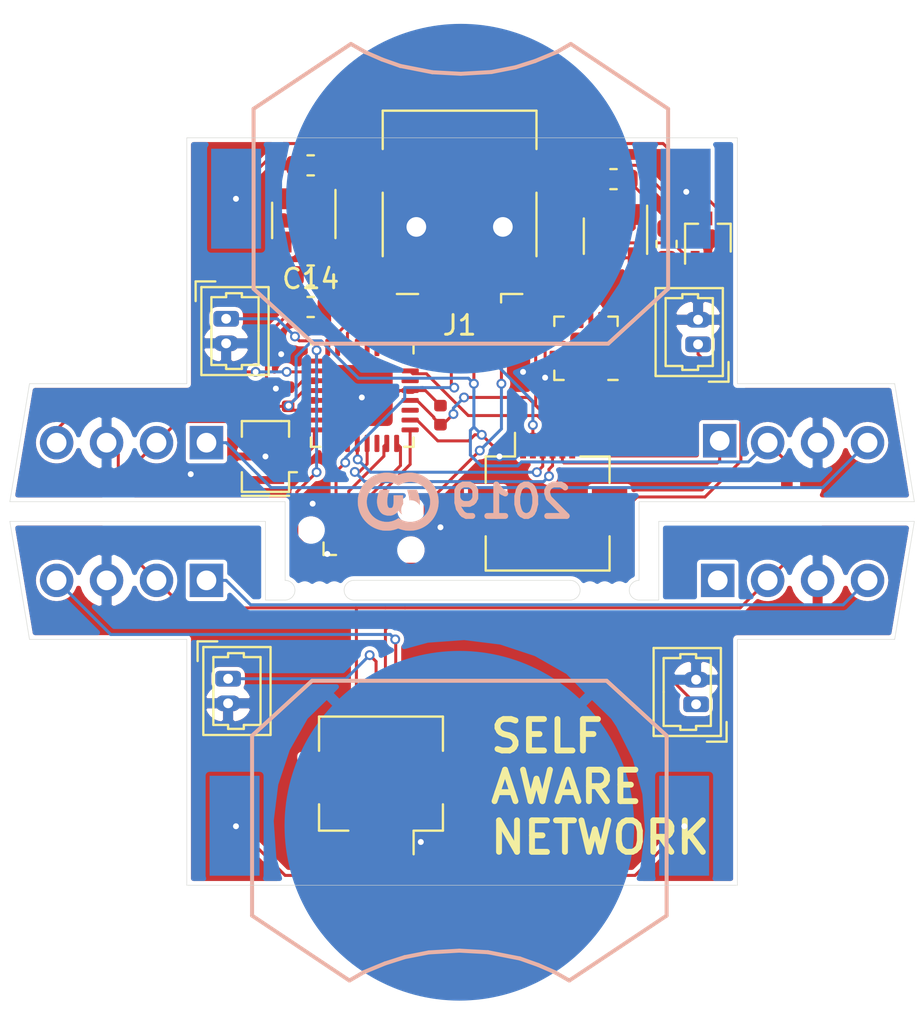
<source format=kicad_pcb>
(kicad_pcb (version 20171130) (host pcbnew "(5.1.0)-1")
  (layers (0 F.Cu signal) (31 B.Cu signal) (34 B.Paste user hide) (35 F.Paste user) (36 B.SilkS user hide) (37 F.SilkS user) (38 B.Mask user hide) (39 F.Mask user) (44 Edge.Cuts user))
  (net 0 "")
  (net 1 "/Top Hemisphere/BATT")
  (net 2 "/Top Hemisphere/BATT-BOT")
  (net 3 GND)
  (net 4 "/Bottom hemisphere/BATT-BOT")
  (net 5 "/Top Hemisphere/VIN")
  (net 6 +5V)
  (net 7 +3V3)
  (net 8 "/Top Hemisphere/~RST")
  (net 9 "/Top Hemisphere/DTR")
  (net 10 "/Top Hemisphere/Z-ACCEL")
  (net 11 "/Top Hemisphere/+5V_EXT")
  (net 12 "Net-(D2-Pad1)")
  (net 13 "/Top Hemisphere/DIN-TOP")
  (net 14 "Net-(D4-Pad1)")
  (net 15 "/Top Hemisphere/RXI")
  (net 16 "/Top Hemisphere/TXO")
  (net 17 "/Top Hemisphere/MOSI")
  (net 18 "/Top Hemisphere/MISO")
  (net 19 "/Top Hemisphere/SCK")
  (net 20 "/Top Hemisphere/BNC-4")
  (net 21 "/Top Hemisphere/BNC-3")
  (net 22 "/Top Hemisphere/BNC-1")
  (net 23 "/Top Hemisphere/BNC-2")
  (net 24 "/Bottom hemisphere/BNC-4")
  (net 25 "/Bottom hemisphere/BNC-3")
  (net 26 "Net-(R2-Pad2)")
  (net 27 "Net-(U1-Pad4)")
  (net 28 "Net-(U2-Pad4)")
  (net 29 "Net-(U3-Pad7)")
  (net 30 "Net-(U3-Pad8)")
  (net 31 "Net-(U3-Pad9)")
  (net 32 "Net-(U3-Pad10)")
  (net 33 "Net-(U3-Pad11)")
  (net 34 "Net-(U3-Pad14)")
  (net 35 "Net-(U3-Pad19)")
  (net 36 "Net-(U3-Pad22)")
  (net 37 "Net-(U3-Pad24)")
  (net 38 "Net-(U3-Pad25)")
  (net 39 "Net-(U3-Pad26)")
  (net 40 "Net-(U3-Pad27)")
  (net 41 "Net-(U3-Pad28)")
  (net 42 "Net-(D5-Pad1)")
  (net 43 "Net-(U4-Pad4)")
  (net 44 "Net-(U4-Pad5)")
  (net 45 GNDB)
  (net 46 +5VB)
  (net 47 "/Top Hemisphere/DOUT")
  (net 48 "/Bottom hemisphere/DOUT")
  (module Package_TO_SOT_SMD:SOT-323_SC-70 (layer F.Cu) (at 159.5 68.6 90)
    (fp_text reference D1 hide)
    (fp_text value BAT54CW)
    (pad 3 smd rect (at 1 0) (size 0.45 0.7) (layers F.Cu F.Paste F.Mask) (net 5 "/Top Hemisphere/VIN"))
    (pad 2 smd rect (at -1 0.65) (size 0.45 0.7) (layers F.Cu F.Paste F.Mask) (net 1 "/Top Hemisphere/BATT"))
    (pad 1 smd rect (at -1 -0.65) (size 0.45 0.7) (layers F.Cu F.Paste F.Mask) (net 11 "/Top Hemisphere/+5V_EXT"))
  )
  (module node:WS2812D-F5 (layer F.Cu) (at 160 86 90)
    (fp_text reference D5 hide)
    (fp_text value WS2812D-F5)
    (pad 4 thru_hole oval (at 0 7.62 90) (size 1.7 1.7) (drill 1) (layers *.Cu *.Mask) (net 14 "Net-(D4-Pad1)"))
    (pad 3 thru_hole oval (at 0 5.08 90) (size 1.7 1.7) (drill 1) (layers *.Cu *.Mask) (net 45 GNDB))
    (pad 2 thru_hole oval (at 0 2.54 90) (size 1.7 1.7) (drill 1) (layers *.Cu *.Mask) (net 46 +5VB))
    (pad 1 thru_hole rect (at 0 0 90) (size 1.7 1.7) (drill 1) (layers *.Cu *.Mask) (net 42 "Net-(D5-Pad1)"))
  )
  (module node:WTFPL (layer B.Cu) (at 143.75 82 180)
    (fp_text reference G*** hide)
    (fp_text value LOGO hide)
  )
  (module node:mouse-bite (layer F.Cu) (at 154.25 86.5)
    (fp_text reference mouse-bite hide)
    (fp_text value VAL** hide)
    (pad "" np_thru_hole circle (at 0 0) (size 0.5 0.5) (drill 0.5) (layers *.Cu *.Mask))
    (pad "" np_thru_hole circle (at 0.75 0) (size 0.5 0.5) (drill 0.5) (layers *.Cu *.Mask))
    (pad "" np_thru_hole circle (at -0.75 0) (size 0.5 0.5) (drill 0.5) (layers *.Cu *.Mask))
  )
  (module node:mouse-bite (layer F.Cu) (at 139.75 86.5)
    (fp_text reference mouse-bite hide)
    (fp_text value VAL** hide)
    (pad "" np_thru_hole circle (at 0 0) (size 0.5 0.5) (drill 0.5) (layers *.Cu *.Mask))
    (pad "" np_thru_hole circle (at 0.75 0) (size 0.5 0.5) (drill 0.5) (layers *.Cu *.Mask))
    (pad "" np_thru_hole circle (at -0.75 0) (size 0.5 0.5) (drill 0.5) (layers *.Cu *.Mask))
  )
  (module Package_DFN_QFN:QFN-32-1EP_5x5mm_P0.5mm_EP3.1x3.1mm (layer F.Cu) (at 141.92 76.6)
    (fp_text reference U3 hide)
    (fp_text value ATmega328P-MU)
    (pad 32 smd roundrect (at -1.75 -2.4375) (size 0.25 0.875) (layers F.Cu F.Paste F.Mask) (net 22 "/Top Hemisphere/BNC-1"))
    (pad 31 smd roundrect (at -1.25 -2.4375) (size 0.25 0.875) (layers F.Cu F.Paste F.Mask) (net 16 "/Top Hemisphere/TXO"))
    (pad 30 smd roundrect (at -0.75 -2.4375) (size 0.25 0.875) (layers F.Cu F.Paste F.Mask) (net 15 "/Top Hemisphere/RXI"))
    (pad 29 smd roundrect (at -0.25 -2.4375) (size 0.25 0.875) (layers F.Cu F.Paste F.Mask) (net 8 "/Top Hemisphere/~RST"))
    (pad 28 smd roundrect (at 0.25 -2.4375) (size 0.25 0.875) (layers F.Cu F.Paste F.Mask) (net 41 "Net-(U3-Pad28)"))
    (pad 27 smd roundrect (at 0.75 -2.4375) (size 0.25 0.875) (layers F.Cu F.Paste F.Mask) (net 40 "Net-(U3-Pad27)"))
    (pad 26 smd roundrect (at 1.25 -2.4375) (size 0.25 0.875) (layers F.Cu F.Paste F.Mask) (net 39 "Net-(U3-Pad26)"))
    (pad 25 smd roundrect (at 1.75 -2.4375) (size 0.25 0.875) (layers F.Cu F.Paste F.Mask) (net 38 "Net-(U3-Pad25)"))
    (pad 24 smd roundrect (at 2.4375 -1.75) (size 0.875 0.25) (layers F.Cu F.Paste F.Mask) (net 37 "Net-(U3-Pad24)"))
    (pad 23 smd roundrect (at 2.4375 -1.25) (size 0.875 0.25) (layers F.Cu F.Paste F.Mask) (net 10 "/Top Hemisphere/Z-ACCEL"))
    (pad 22 smd roundrect (at 2.4375 -0.75) (size 0.875 0.25) (layers F.Cu F.Paste F.Mask) (net 36 "Net-(U3-Pad22)"))
    (pad 21 smd roundrect (at 2.4375 -0.25) (size 0.875 0.25) (layers F.Cu F.Paste F.Mask) (net 3 GND))
    (pad 20 smd roundrect (at 2.4375 0.25) (size 0.875 0.25) (layers F.Cu F.Paste F.Mask) (net 7 +3V3))
    (pad 19 smd roundrect (at 2.4375 0.75) (size 0.875 0.25) (layers F.Cu F.Paste F.Mask) (net 35 "Net-(U3-Pad19)"))
    (pad 18 smd roundrect (at 2.4375 1.25) (size 0.875 0.25) (layers F.Cu F.Paste F.Mask) (net 6 +5V))
    (pad 17 smd roundrect (at 2.4375 1.75) (size 0.875 0.25) (layers F.Cu F.Paste F.Mask) (net 19 "/Top Hemisphere/SCK"))
    (pad 16 smd roundrect (at 1.75 2.4375) (size 0.25 0.875) (layers F.Cu F.Paste F.Mask) (net 18 "/Top Hemisphere/MISO"))
    (pad 15 smd roundrect (at 1.25 2.4375) (size 0.25 0.875) (layers F.Cu F.Paste F.Mask) (net 17 "/Top Hemisphere/MOSI"))
    (pad 14 smd roundrect (at 0.75 2.4375) (size 0.25 0.875) (layers F.Cu F.Paste F.Mask) (net 34 "Net-(U3-Pad14)"))
    (pad 13 smd roundrect (at 0.25 2.4375) (size 0.25 0.875) (layers F.Cu F.Paste F.Mask) (net 20 "/Top Hemisphere/BNC-4"))
    (pad 12 smd roundrect (at -0.25 2.4375) (size 0.25 0.875) (layers F.Cu F.Paste F.Mask) (net 21 "/Top Hemisphere/BNC-3"))
    (pad 11 smd roundrect (at -0.75 2.4375) (size 0.25 0.875) (layers F.Cu F.Paste F.Mask) (net 33 "Net-(U3-Pad11)"))
    (pad 10 smd roundrect (at -1.25 2.4375) (size 0.25 0.875) (layers F.Cu F.Paste F.Mask) (net 32 "Net-(U3-Pad10)"))
    (pad 9 smd roundrect (at -1.75 2.4375) (size 0.25 0.875) (layers F.Cu F.Paste F.Mask) (net 31 "Net-(U3-Pad9)"))
    (pad 8 smd roundrect (at -2.4375 1.75) (size 0.875 0.25) (layers F.Cu F.Paste F.Mask) (net 30 "Net-(U3-Pad8)"))
    (pad 7 smd roundrect (at -2.4375 1.25) (size 0.875 0.25) (layers F.Cu F.Paste F.Mask) (net 29 "Net-(U3-Pad7)"))
    (pad 6 smd roundrect (at -2.4375 0.75) (size 0.875 0.25) (layers F.Cu F.Paste F.Mask) (net 6 +5V))
    (pad 5 smd roundrect (at -2.4375 0.25) (size 0.875 0.25) (layers F.Cu F.Paste F.Mask) (net 3 GND))
    (pad 4 smd roundrect (at -2.4375 -0.25) (size 0.875 0.25) (layers F.Cu F.Paste F.Mask) (net 6 +5V))
    (pad 3 smd roundrect (at -2.4375 -0.75) (size 0.875 0.25) (layers F.Cu F.Paste F.Mask) (net 3 GND))
    (pad 2 smd roundrect (at -2.4375 -1.25) (size 0.875 0.25) (layers F.Cu F.Paste F.Mask) (net 26 "Net-(R2-Pad2)"))
    (pad 1 smd roundrect (at -2.4375 -1.75) (size 0.875 0.25) (layers F.Cu F.Paste F.Mask) (net 23 "/Top Hemisphere/BNC-2"))
    (pad 33 smd roundrect (at 0 0) (size 3.1 3.1) (layers F.Cu F.Mask) (roundrect_rratio 0.08064499999999999) (net 3 GND))
  )
  (module Connector:Tag-Connect_TC2030-IDC-NL_2x03_P1.27mm_Vertical (layer F.Cu) (at 141.859 83.439)
    (fp_text reference J2 hide)
    (fp_text value TC2030_NL)
    (pad 6 connect circle (at 1.27 -0.635) (size 0.7874 0.7874) (layers F.Cu F.Mask) (net 11 "/Top Hemisphere/+5V_EXT"))
    (pad 5 connect circle (at 1.27 0.635) (size 0.7874 0.7874) (layers F.Cu F.Mask) (net 17 "/Top Hemisphere/MOSI"))
    (pad 4 connect circle (at 0 -0.635) (size 0.7874 0.7874) (layers F.Cu F.Mask) (net 18 "/Top Hemisphere/MISO"))
    (pad 3 connect circle (at 0 0.635) (size 0.7874 0.7874) (layers F.Cu F.Mask) (net 19 "/Top Hemisphere/SCK"))
    (pad 2 connect circle (at -1.27 -0.635) (size 0.7874 0.7874) (layers F.Cu F.Mask) (net 8 "/Top Hemisphere/~RST"))
    (pad 1 connect circle (at -1.27 0.635) (size 0.7874 0.7874) (layers F.Cu F.Mask) (net 3 GND))
    (pad "" np_thru_hole circle (at -2.54 0) (size 0.9906 0.9906) (drill 0.9906) (layers *.Cu *.Mask))
    (pad "" np_thru_hole circle (at 2.54 1.016) (size 0.9906 0.9906) (drill 0.9906) (layers *.Cu *.Mask))
    (pad "" np_thru_hole circle (at 2.54 -1.016) (size 0.9906 0.9906) (drill 0.9906) (layers *.Cu *.Mask))
  )
  (module Connector_FFC-FPC:Hirose_FH12-6S-0.5SH_1x06-1MP_P0.50mm_Horizontal (layer F.Cu) (at 151.35 81)
    (fp_text reference J3 hide)
    (fp_text value FFC-0.5MM-6POS)
    (pad 6 smd rect (at 1.25 -1.85) (size 0.3 1.3) (layers F.Cu F.Paste F.Mask) (net 3 GND))
    (pad 5 smd rect (at 0.75 -1.85) (size 0.3 1.3) (layers F.Cu F.Paste F.Mask) (net 47 "/Top Hemisphere/DOUT"))
    (pad 4 smd rect (at 0.25 -1.85) (size 0.3 1.3) (layers F.Cu F.Paste F.Mask) (net 20 "/Top Hemisphere/BNC-4"))
    (pad 3 smd rect (at -0.25 -1.85) (size 0.3 1.3) (layers F.Cu F.Paste F.Mask) (net 21 "/Top Hemisphere/BNC-3"))
    (pad 2 smd rect (at -0.75 -1.85) (size 0.3 1.3) (layers F.Cu F.Paste F.Mask) (net 2 "/Top Hemisphere/BATT-BOT"))
    (pad 1 smd rect (at -1.25 -1.85) (size 0.3 1.3) (layers F.Cu F.Paste F.Mask) (net 6 +5V))
    (pad MP smd rect (at -3.15 1.4) (size 1.8 2.2) (layers F.Cu F.Paste F.Mask))
    (pad MP smd rect (at 3.15 1.4) (size 1.8 2.2) (layers F.Cu F.Paste F.Mask))
  )
  (module Capacitor_SMD:C_0402_1005Metric (layer F.Cu) (at 145.9 77.6 90)
    (fp_text reference C5 hide)
    (fp_text value 0.1u)
    (pad 2 smd roundrect (at 0.485 0 90) (size 0.59 0.64) (layers F.Cu F.Paste F.Mask) (net 3 GND))
    (pad 1 smd roundrect (at -0.485 0 90) (size 0.59 0.64) (layers F.Cu F.Paste F.Mask) (net 7 +3V3))
  )
  (module Capacitor_SMD:C_0402_1005Metric (layer F.Cu) (at 130 81 180)
    (fp_text reference C9 hide)
    (fp_text value 0.1u)
    (pad 1 smd roundrect (at -0.485 0 180) (size 0.59 0.64) (layers F.Cu F.Paste F.Mask) (net 6 +5V))
    (pad 2 smd roundrect (at 0.485 0 180) (size 0.59 0.64) (layers F.Cu F.Paste F.Mask) (net 3 GND))
  )
  (module Capacitor_SMD:C_0603_1608Metric (layer F.Cu) (at 154.7 65.6)
    (fp_text reference C1 hide)
    (fp_text value 1u)
    (pad 2 smd roundrect (at 0.7875 0) (size 0.875 0.95) (layers F.Cu F.Paste F.Mask) (net 3 GND))
    (pad 1 smd roundrect (at -0.7875 0) (size 0.875 0.95) (layers F.Cu F.Paste F.Mask) (net 5 "/Top Hemisphere/VIN"))
  )
  (module Capacitor_SMD:C_0603_1608Metric (layer F.Cu) (at 139.3 64.9 180)
    (fp_text reference C2 hide)
    (fp_text value 1u)
    (pad 1 smd roundrect (at -0.7875 0 180) (size 0.875 0.95) (layers F.Cu F.Paste F.Mask) (net 5 "/Top Hemisphere/VIN"))
    (pad 2 smd roundrect (at 0.7875 0 180) (size 0.875 0.95) (layers F.Cu F.Paste F.Mask) (net 3 GND))
  )
  (module Capacitor_SMD:C_0603_1608Metric (layer F.Cu) (at 139.3 70.5 180)
    (fp_text reference C3 hide)
    (fp_text value 1u)
    (pad 2 smd roundrect (at 0.7875 0 180) (size 0.875 0.95) (layers F.Cu F.Paste F.Mask) (net 6 +5V))
    (pad 1 smd roundrect (at -0.7875 0 180) (size 0.875 0.95) (layers F.Cu F.Paste F.Mask) (net 3 GND))
  )
  (module Capacitor_SMD:C_0603_1608Metric (layer F.Cu) (at 157.4 68.9 90)
    (fp_text reference C4 hide)
    (fp_text value 1u)
    (pad 2 smd roundrect (at 0.7875 0 90) (size 0.875 0.95) (layers F.Cu F.Paste F.Mask) (net 3 GND))
    (pad 1 smd roundrect (at -0.7875 0 90) (size 0.875 0.95) (layers F.Cu F.Paste F.Mask) (net 7 +3V3))
  )
  (module Capacitor_SMD:C_0402_1005Metric (layer F.Cu) (at 138.15 76.665 90)
    (fp_text reference C6 hide)
    (fp_text value 0.1u)
    (pad 2 smd roundrect (at 0.485 0 90) (size 0.59 0.64) (layers F.Cu F.Paste F.Mask) (net 3 GND))
    (pad 1 smd roundrect (at -0.485 0 90) (size 0.59 0.64) (layers F.Cu F.Paste F.Mask) (net 6 +5V))
  )
  (module Capacitor_SMD:C_0402_1005Metric (layer F.Cu) (at 148.016 73.872 270)
    (fp_text reference C7 hide)
    (fp_text value 0.1u)
    (pad 2 smd roundrect (at 0.485 0 270) (size 0.59 0.64) (layers F.Cu F.Paste F.Mask) (net 8 "/Top Hemisphere/~RST"))
    (pad 1 smd roundrect (at -0.485 0 270) (size 0.59 0.64) (layers F.Cu F.Paste F.Mask) (net 9 "/Top Hemisphere/DTR"))
  )
  (module Capacitor_SMD:C_0402_1005Metric (layer F.Cu) (at 152.915 76.9 180)
    (fp_text reference C8 hide)
    (fp_text value 0.1u)
    (pad 2 smd roundrect (at 0.485 0 180) (size 0.59 0.64) (layers F.Cu F.Paste F.Mask) (net 3 GND))
    (pad 1 smd roundrect (at -0.485 0 180) (size 0.59 0.64) (layers F.Cu F.Paste F.Mask) (net 7 +3V3))
  )
  (module Capacitor_SMD:C_0402_1005Metric (layer F.Cu) (at 154.9 76.9)
    (fp_text reference C10 hide)
    (fp_text value 0.1u)
    (pad 2 smd roundrect (at 0.485 0) (size 0.59 0.64) (layers F.Cu F.Paste F.Mask) (net 3 GND))
    (pad 1 smd roundrect (at -0.485 0) (size 0.59 0.64) (layers F.Cu F.Paste F.Mask) (net 10 "/Top Hemisphere/Z-ACCEL"))
  )
  (module Capacitor_SMD:C_0402_1005Metric (layer F.Cu) (at 164 81)
    (fp_text reference C11 hide)
    (fp_text value 0.1u)
    (pad 2 smd roundrect (at 0.485 0) (size 0.59 0.64) (layers F.Cu F.Paste F.Mask) (net 3 GND))
    (pad 1 smd roundrect (at -0.485 0) (size 0.59 0.64) (layers F.Cu F.Paste F.Mask) (net 6 +5V))
  )
  (module Capacitor_SMD:C_0402_1005Metric (layer F.Cu) (at 130.015 84 180)
    (fp_text reference C12 hide)
    (fp_text value 0.1u)
    (pad 2 smd roundrect (at 0.485 0 180) (size 0.59 0.64) (layers F.Cu F.Paste F.Mask) (net 45 GNDB))
    (pad 1 smd roundrect (at -0.485 0 180) (size 0.59 0.64) (layers F.Cu F.Paste F.Mask) (net 46 +5VB))
  )
  (module Capacitor_SMD:C_0402_1005Metric (layer F.Cu) (at 164 84)
    (fp_text reference C13 hide)
    (fp_text value 0.1u)
    (pad 2 smd roundrect (at 0.485 0) (size 0.59 0.64) (layers F.Cu F.Paste F.Mask) (net 45 GNDB))
    (pad 1 smd roundrect (at -0.485 0) (size 0.59 0.64) (layers F.Cu F.Paste F.Mask) (net 46 +5VB))
  )
  (module Connector_FFC-FPC:Hirose_FH12-6S-0.5SH_1x06-1MP_P0.50mm_Horizontal (layer F.Cu) (at 142.875 97.425 180)
    (fp_text reference J6 hide)
    (fp_text value FFC-0.5MM-6POS)
    (pad 6 smd rect (at 1.25 -1.85 180) (size 0.3 1.3) (layers F.Cu F.Paste F.Mask) (net 46 +5VB))
    (pad 5 smd rect (at 0.75 -1.85 180) (size 0.3 1.3) (layers F.Cu F.Paste F.Mask) (net 4 "/Bottom hemisphere/BATT-BOT"))
    (pad 4 smd rect (at 0.25 -1.85 180) (size 0.3 1.3) (layers F.Cu F.Paste F.Mask) (net 25 "/Bottom hemisphere/BNC-3"))
    (pad 3 smd rect (at -0.25 -1.85 180) (size 0.3 1.3) (layers F.Cu F.Paste F.Mask) (net 24 "/Bottom hemisphere/BNC-4"))
    (pad 2 smd rect (at -0.75 -1.85 180) (size 0.3 1.3) (layers F.Cu F.Paste F.Mask) (net 48 "/Bottom hemisphere/DOUT"))
    (pad 1 smd rect (at -1.25 -1.85 180) (size 0.3 1.3) (layers F.Cu F.Paste F.Mask) (net 45 GNDB))
    (pad MP smd rect (at -3.15 1.4 180) (size 1.8 2.2) (layers F.Cu F.Paste F.Mask))
    (pad MP smd rect (at 3.15 1.4 180) (size 1.8 2.2) (layers F.Cu F.Paste F.Mask))
  )
  (module Resistor_SMD:R_0402_1005Metric (layer F.Cu) (at 147 73.872 90)
    (fp_text reference R1 hide)
    (fp_text value 10K)
    (pad 2 smd roundrect (at 0.485 0 90) (size 0.59 0.64) (layers F.Cu F.Paste F.Mask) (net 8 "/Top Hemisphere/~RST"))
    (pad 1 smd roundrect (at -0.485 0 90) (size 0.59 0.64) (layers F.Cu F.Paste F.Mask) (net 6 +5V))
  )
  (module Resistor_SMD:R_0402_1005Metric (layer F.Cu) (at 128.2 77)
    (fp_text reference R2 hide)
    (fp_text value 470R)
    (pad 2 smd roundrect (at 0.485 0) (size 0.59 0.64) (layers F.Cu F.Paste F.Mask) (net 26 "Net-(R2-Pad2)"))
    (pad 1 smd roundrect (at -0.485 0) (size 0.59 0.64) (layers F.Cu F.Paste F.Mask) (net 13 "/Top Hemisphere/DIN-TOP"))
  )
  (module Package_TO_SOT_SMD:SOT-23-5 (layer F.Cu) (at 138.95 67.7 270)
    (fp_text reference U2 hide)
    (fp_text value LP2985-5.0)
    (pad 5 smd rect (at 1.1 -0.95 270) (size 1.06 0.65) (layers F.Cu F.Paste F.Mask) (net 6 +5V))
    (pad 4 smd rect (at 1.1 0.95 270) (size 1.06 0.65) (layers F.Cu F.Paste F.Mask) (net 28 "Net-(U2-Pad4)"))
    (pad 3 smd rect (at -1.1 0.95 270) (size 1.06 0.65) (layers F.Cu F.Paste F.Mask) (net 5 "/Top Hemisphere/VIN"))
    (pad 2 smd rect (at -1.1 0 270) (size 1.06 0.65) (layers F.Cu F.Paste F.Mask) (net 3 GND))
    (pad 1 smd rect (at -1.1 -0.95 270) (size 1.06 0.65) (layers F.Cu F.Paste F.Mask) (net 5 "/Top Hemisphere/VIN"))
  )
  (module Crystal:Resonator_SMD_muRata_CSTxExxV-3Pin_3.0x1.1mm (layer F.Cu) (at 137 79.7 90)
    (fp_text reference Y1 hide)
    (fp_text value 16MHz)
    (pad 3 smd rect (at 1.2 0 90) (size 0.4 1.9) (layers F.Cu F.Paste F.Mask) (net 29 "Net-(U3-Pad7)"))
    (pad 2 smd rect (at 0 0 90) (size 0.4 1.9) (layers F.Cu F.Paste F.Mask) (net 3 GND))
    (pad 1 smd rect (at -1.2 0 90) (size 0.4 1.9) (layers F.Cu F.Paste F.Mask) (net 30 "Net-(U3-Pad8)"))
  )
  (module gsg-modules:BK-912 (layer B.Cu) (at 146.9365 66.5949)
    (fp_text reference BT1 hide)
    (fp_text value CR2032 hide)
    (pad 1 smd rect (at 11.43 0) (size 2.54 5.08) (layers B.Cu B.Paste B.Mask) (net 1 "/Top Hemisphere/BATT"))
    (pad 1 smd rect (at -11.43 0) (size 2.54 5.08) (layers B.Cu B.Paste B.Mask) (net 1 "/Top Hemisphere/BATT"))
    (pad 2 smd circle (at 0 0) (size 17.78 17.78) (layers B.Cu B.Mask) (net 2 "/Top Hemisphere/BATT-BOT"))
  )
  (module gsg-modules:BK-912 (layer B.Cu) (at 146.8603 98.4752 180)
    (fp_text reference BT2 hide)
    (fp_text value CR2032 hide)
    (pad 1 smd rect (at 11.43 0 180) (size 2.54 5.08) (layers B.Cu B.Paste B.Mask) (net 4 "/Bottom hemisphere/BATT-BOT"))
    (pad 1 smd rect (at -11.43 0 180) (size 2.54 5.08) (layers B.Cu B.Paste B.Mask) (net 4 "/Bottom hemisphere/BATT-BOT"))
    (pad 2 smd circle (at 0 0 180) (size 17.78 17.78) (layers B.Cu B.Mask) (net 45 GNDB))
  )
  (module Capacitor_SMD:C_0603_1608Metric (layer F.Cu) (at 139.3 72.1)
    (fp_text reference C14 (at 0 -1.43) (layer F.SilkS))
    (fp_text value 1u)
    (pad 1 smd roundrect (at -0.7875 0) (size 0.875 0.95) (layers F.Cu F.Paste F.Mask) (net 6 +5V))
    (pad 2 smd roundrect (at 0.7875 0) (size 0.875 0.95) (layers F.Cu F.Paste F.Mask) (net 3 GND))
  )
  (module node:WS2812D-F5 (layer F.Cu) (at 134 79 270)
    (fp_text reference D2 hide)
    (fp_text value WS2812D-F5)
    (pad 1 thru_hole rect (at 0 0 270) (size 1.7 1.7) (drill 1) (layers *.Cu *.Mask) (net 12 "Net-(D2-Pad1)"))
    (pad 2 thru_hole oval (at 0 2.54 270) (size 1.7 1.7) (drill 1) (layers *.Cu *.Mask) (net 6 +5V))
    (pad 3 thru_hole oval (at 0 5.08 270) (size 1.7 1.7) (drill 1) (layers *.Cu *.Mask) (net 3 GND))
    (pad 4 thru_hole oval (at 0 7.62 270) (size 1.7 1.7) (drill 1) (layers *.Cu *.Mask) (net 13 "/Top Hemisphere/DIN-TOP"))
  )
  (module node:WS2812D-F5 (layer F.Cu) (at 160 79 90)
    (fp_text reference D3 hide)
    (fp_text value WS2812D-F5)
    (pad 1 thru_hole rect (at 0.1 0.1 90) (size 1.7 1.7) (drill 1) (layers *.Cu *.Mask) (net 47 "/Top Hemisphere/DOUT"))
    (pad 2 thru_hole oval (at 0 2.54 90) (size 1.7 1.7) (drill 1) (layers *.Cu *.Mask) (net 6 +5V))
    (pad 3 thru_hole oval (at 0 5.08 90) (size 1.7 1.7) (drill 1) (layers *.Cu *.Mask) (net 3 GND))
    (pad 4 thru_hole oval (at 0 7.62 90) (size 1.7 1.7) (drill 1) (layers *.Cu *.Mask) (net 12 "Net-(D2-Pad1)"))
  )
  (module node:WS2812D-F5 (layer F.Cu) (at 134 86 270)
    (fp_text reference D4 hide)
    (fp_text value WS2812D-F5)
    (pad 4 thru_hole oval (at 0 7.62 270) (size 1.7 1.7) (drill 1) (layers *.Cu *.Mask) (net 48 "/Bottom hemisphere/DOUT"))
    (pad 3 thru_hole oval (at 0 5.08 270) (size 1.7 1.7) (drill 1) (layers *.Cu *.Mask) (net 45 GNDB))
    (pad 2 thru_hole oval (at 0 2.54 270) (size 1.7 1.7) (drill 1) (layers *.Cu *.Mask) (net 46 +5VB))
    (pad 1 thru_hole rect (at 0 0 270) (size 1.7 1.7) (drill 1) (layers *.Cu *.Mask) (net 14 "Net-(D4-Pad1)"))
  )
  (module Connector_Molex:Molex_PicoBlade_53047-0210_1x02_P1.25mm_Vertical (layer F.Cu) (at 135 72.7 270)
    (fp_text reference J4 hide)
    (fp_text value Port_1)
    (pad 2 thru_hole oval (at 1.25 0 270) (size 0.8 1.3) (drill 0.5) (layers *.Cu *.Mask) (net 3 GND))
    (pad 1 thru_hole roundrect (at 0 0 270) (size 0.8 1.3) (drill 0.5) (layers *.Cu *.Mask) (net 22 "/Top Hemisphere/BNC-1"))
  )
  (module Connector_Molex:Molex_PicoBlade_53047-0210_1x02_P1.25mm_Vertical (layer F.Cu) (at 159 74 90)
    (fp_text reference J5 hide)
    (fp_text value Port_2)
    (pad 1 thru_hole roundrect (at 0 0 90) (size 0.8 1.3) (drill 0.5) (layers *.Cu *.Mask) (net 23 "/Top Hemisphere/BNC-2"))
    (pad 2 thru_hole oval (at 1.25 0 90) (size 0.8 1.3) (drill 0.5) (layers *.Cu *.Mask) (net 3 GND))
  )
  (module Connector_Molex:Molex_PicoBlade_53047-0210_1x02_P1.25mm_Vertical (layer F.Cu) (at 135.1 91 270)
    (fp_text reference J7 hide)
    (fp_text value Port_3)
    (pad 1 thru_hole roundrect (at 0 0 270) (size 0.8 1.3) (drill 0.5) (layers *.Cu *.Mask) (net 25 "/Bottom hemisphere/BNC-3"))
    (pad 2 thru_hole oval (at 1.25 0 270) (size 0.8 1.3) (drill 0.5) (layers *.Cu *.Mask) (net 45 GNDB))
  )
  (module Connector_Molex:Molex_PicoBlade_53047-0210_1x02_P1.25mm_Vertical (layer F.Cu) (at 158.9 92.3 90)
    (fp_text reference J8 hide)
    (fp_text value Port_4)
    (pad 2 thru_hole oval (at 1.25 0 90) (size 0.8 1.3) (drill 0.5) (layers *.Cu *.Mask) (net 45 GNDB))
    (pad 1 thru_hole roundrect (at 0 0 90) (size 0.8 1.3) (drill 0.5) (layers *.Cu *.Mask) (net 24 "/Bottom hemisphere/BNC-4"))
  )
  (module Package_TO_SOT_SMD:SOT-23-5 (layer F.Cu) (at 154.8 68.5 270)
    (fp_text reference U1 hide)
    (fp_text value PMIC-LDO-XC6204B332MR_SOT23-5)
    (pad 5 smd rect (at 1.1 -0.95 270) (size 1.06 0.65) (layers F.Cu F.Paste F.Mask) (net 7 +3V3))
    (pad 4 smd rect (at 1.1 0.95 270) (size 1.06 0.65) (layers F.Cu F.Paste F.Mask) (net 27 "Net-(U1-Pad4)"))
    (pad 3 smd rect (at -1.1 0.95 270) (size 1.06 0.65) (layers F.Cu F.Paste F.Mask) (net 5 "/Top Hemisphere/VIN"))
    (pad 2 smd rect (at -1.1 0 270) (size 1.06 0.65) (layers F.Cu F.Paste F.Mask) (net 3 GND))
    (pad 1 smd rect (at -1.1 -0.95 270) (size 1.06 0.65) (layers F.Cu F.Paste F.Mask) (net 5 "/Top Hemisphere/VIN"))
  )
  (module Package_CSP:LFCSP-16-1EP_3x3mm_P0.5mm_EP1.6x1.6mm (layer F.Cu) (at 153.3 74.2 180)
    (fp_text reference U4 hide)
    (fp_text value ADXL337)
    (pad 17 smd roundrect (at 0 0 180) (size 1.6 1.6) (layers F.Cu F.Mask) (roundrect_rratio 0.15625))
    (pad 1 smd roundrect (at -1.4375 -0.75 180) (size 0.825 0.25) (layers F.Cu F.Paste F.Mask))
    (pad 2 smd roundrect (at -1.4375 -0.25 180) (size 0.825 0.25) (layers F.Cu F.Paste F.Mask) (net 3 GND))
    (pad 3 smd roundrect (at -1.4375 0.25 180) (size 0.825 0.25) (layers F.Cu F.Paste F.Mask))
    (pad 4 smd roundrect (at -1.4375 0.75 180) (size 0.825 0.25) (layers F.Cu F.Paste F.Mask) (net 43 "Net-(U4-Pad4)"))
    (pad 5 smd roundrect (at -0.75 1.4375 180) (size 0.25 0.825) (layers F.Cu F.Paste F.Mask) (net 44 "Net-(U4-Pad5)"))
    (pad 6 smd roundrect (at -0.25 1.4375 180) (size 0.25 0.825) (layers F.Cu F.Paste F.Mask) (net 3 GND))
    (pad 7 smd roundrect (at 0.25 1.4375 180) (size 0.25 0.825) (layers F.Cu F.Paste F.Mask) (net 3 GND))
    (pad 8 smd roundrect (at 0.75 1.4375 180) (size 0.25 0.825) (layers F.Cu F.Paste F.Mask))
    (pad 9 smd roundrect (at 1.4375 0.75 180) (size 0.825 0.25) (layers F.Cu F.Paste F.Mask))
    (pad 10 smd roundrect (at 1.4375 0.25 180) (size 0.825 0.25) (layers F.Cu F.Paste F.Mask))
    (pad 11 smd roundrect (at 1.4375 -0.25 180) (size 0.825 0.25) (layers F.Cu F.Paste F.Mask))
    (pad 12 smd roundrect (at 1.4375 -0.75 180) (size 0.825 0.25) (layers F.Cu F.Paste F.Mask))
    (pad 13 smd roundrect (at 0.75 -1.4375 180) (size 0.25 0.825) (layers F.Cu F.Paste F.Mask))
    (pad 14 smd roundrect (at 0.25 -1.4375 180) (size 0.25 0.825) (layers F.Cu F.Paste F.Mask) (net 7 +3V3))
    (pad 15 smd roundrect (at -0.25 -1.4375 180) (size 0.25 0.825) (layers F.Cu F.Paste F.Mask) (net 7 +3V3))
    (pad 16 smd roundrect (at -0.75 -1.4375 180) (size 0.25 0.825) (layers F.Cu F.Paste F.Mask) (net 10 "/Top Hemisphere/Z-ACCEL"))
  )
  (module node:USB_Mini-B (layer F.Cu) (at 146.873 68.03 180)
    (fp_text reference J1 (at 0 -5 180) (layer F.SilkS))
    (fp_text value USB_B_Mini)
    (pad 1 smd rect (at -1.6 -2.7 180) (size 0.5 2) (layers F.Cu F.Paste F.Mask) (net 11 "/Top Hemisphere/+5V_EXT"))
    (pad 2 smd rect (at -0.8 -2.7 180) (size 0.5 2) (layers F.Cu F.Paste F.Mask) (net 9 "/Top Hemisphere/DTR"))
    (pad 3 smd rect (at 0 -2.7 180) (size 0.5 2) (layers F.Cu F.Paste F.Mask) (net 15 "/Top Hemisphere/RXI"))
    (pad 4 smd rect (at 0.8 -2.7 180) (size 0.5 2) (layers F.Cu F.Paste F.Mask) (net 16 "/Top Hemisphere/TXO"))
    (pad 5 smd rect (at 1.6 -2.7 180) (size 0.5 2) (layers F.Cu F.Paste F.Mask) (net 3 GND))
    (pad 6 smd rect (at -4.45 -2.6 180) (size 2 1.9) (layers F.Cu F.Paste F.Mask) (net 3 GND))
    (pad 6 smd rect (at -4.45 2.85 180) (size 2 1.9) (layers F.Cu F.Paste F.Mask) (net 3 GND))
    (pad 6 smd rect (at 4.45 -2.6 180) (size 2 1.9) (layers F.Cu F.Paste F.Mask) (net 3 GND))
    (pad 6 smd rect (at 4.45 2.85 180) (size 2 1.9) (layers F.Cu F.Paste F.Mask) (net 3 GND))
    (pad "" np_thru_hole circle (at -2.2 0 180) (size 1 1) (drill 1) (layers *.Cu *.Mask))
    (pad "" np_thru_hole circle (at 2.2 0 180) (size 1 1) (drill 1) (layers *.Cu *.Mask))
  )
  (gr_line (start 161 76) (end 161 63.5) (layer Edge.Cuts) (width 0.0254))
  (gr_line (start 161 101.5) (end 161 89) (layer Edge.Cuts) (width 0.0254))
  (gr_line (start 133 101.5) (end 161 101.5) (layer Edge.Cuts) (width 0.0254))
  (gr_line (start 161 63.5) (end 133 63.5) (layer Edge.Cuts) (width 0.0254))
  (gr_arc (start 138 86.499999) (end 138 86.999999) (angle -180) (layer Edge.Cuts) (width 0.0254))
  (gr_line (start 169 76) (end 161 76) (layer Edge.Cuts) (width 0.0254))
  (gr_line (start 133 89) (end 133 101.5) (layer Edge.Cuts) (width 0.0254))
  (gr_line (start 125 89) (end 133 89) (layer Edge.Cuts) (width 0.0254))
  (gr_line (start 124 83) (end 125 89) (layer Edge.Cuts) (width 0.0254))
  (gr_line (start 137 83) (end 124 83) (layer Edge.Cuts) (width 0.0254))
  (gr_line (start 137 87) (end 137 83) (layer Edge.Cuts) (width 0.0254))
  (gr_line (start 138 87) (end 137 87) (layer Edge.Cuts) (width 0.0254))
  (gr_line (start 125 76) (end 124 82) (layer Edge.Cuts) (width 0.0254))
  (gr_line (start 133 63.5) (end 133 76) (layer Edge.Cuts) (width 0.0254))
  (gr_line (start 124 82) (end 138 82) (layer Edge.Cuts) (width 0.0254))
  (gr_arc (start 156 86.499999) (end 156 85.999999) (angle -180) (layer Edge.Cuts) (width 0.0254))
  (gr_line (start 138 82) (end 138 86) (layer Edge.Cuts) (width 0.0254))
  (gr_line (start 133 76) (end 125 76) (layer Edge.Cuts) (width 0.0254))
  (gr_line (start 170 82) (end 169 76) (layer Edge.Cuts) (width 0.0254))
  (gr_line (start 156 86) (end 156 82) (layer Edge.Cuts) (width 0.0254))
  (gr_line (start 156 82) (end 170 82) (layer Edge.Cuts) (width 0.0254))
  (gr_line (start 161 89) (end 169 89) (layer Edge.Cuts) (width 0.0254))
  (gr_line (start 152.5 86.999999) (end 141.5 86.999999) (layer Edge.Cuts) (width 0.0254))
  (gr_line (start 170 83) (end 157 83) (layer Edge.Cuts) (width 0.0254))
  (gr_arc (start 141.5 86.499999) (end 141.5 85.999999) (angle -180) (layer Edge.Cuts) (width 0.0254))
  (gr_line (start 169 89) (end 170 83) (layer Edge.Cuts) (width 0.0254))
  (gr_line (start 157 83) (end 157 87) (layer Edge.Cuts) (width 0.0254))
  (gr_arc (start 152.5 86.499999) (end 152.5 86.999999) (angle -180) (layer Edge.Cuts) (width 0.0254))
  (gr_line (start 157 87) (end 156 87) (layer Edge.Cuts) (width 0.0254))
  (gr_line (start 141.5 85.999999) (end 152.5 86) (layer Edge.Cuts) (width 0.0254))
  (gr_text 2019 (at 149.5 82) (layer B.SilkS) (effects (font (size 1.6 1.6) (thickness 0.3)) (justify mirror)))
  (gr_text "SELF\nAWARE\nNETWORK" (at 148.3 96.5) (layer F.SilkS) (effects (font (size 1.6 1.6) (thickness 0.3)) (justify left)))
  (via (at 135.5 98.5) (size 0.5) (drill 0.3) (layers F.Cu B.Cu) (net 4))
  (via (at 158.3 98.5) (size 0.5) (drill 0.3) (layers F.Cu B.Cu) (net 4))
  (via (at 137 79.7) (size 0.5) (drill 0.3) (layers F.Cu B.Cu) (net 3))
  (via (at 135.5 66.6) (size 0.5) (drill 0.3) (layers F.Cu B.Cu) (net 1))
  (segment (start 137.925756 63.79158) (end 156.014744 63.79158) (width 0.1524) (layer F.Cu) (net 1))
  (segment (start 135.5 66.217336) (end 137.925756 63.79158) (width 0.1524) (layer F.Cu) (net 1))
  (segment (start 158.4 66.176836) (end 158.4 66.246447) (width 0.1524) (layer F.Cu) (net 1))
  (segment (start 135.5 66.6) (end 135.5 66.217336) (width 0.1524) (layer F.Cu) (net 1))
  (segment (start 158.4 64.968934) (end 158.4 66.246447) (width 0.1524) (layer F.Cu) (net 1))
  (segment (start 157.222646 63.79158) (end 158.4 64.968934) (width 0.1524) (layer F.Cu) (net 1))
  (segment (start 156.014744 63.79158) (end 157.222646 63.79158) (width 0.1524) (layer F.Cu) (net 1))
  (segment (start 158.4 66.246447) (end 158.4 66.246447) (width 0.1524) (layer F.Cu) (net 1))
  (via (at 158.4 66.246447) (size 0.5) (drill 0.3) (layers F.Cu B.Cu) (net 1))
  (segment (start 158.753553 66.246447) (end 158.4 66.246447) (width 0.1524) (layer F.Cu) (net 1))
  (segment (start 159.132929 66.246447) (end 158.753553 66.246447) (width 0.1524) (layer F.Cu) (net 1))
  (segment (start 160.15 67.263518) (end 159.132929 66.246447) (width 0.1524) (layer F.Cu) (net 1))
  (segment (start 160.15 69.6) (end 160.15 67.263518) (width 0.1524) (layer F.Cu) (net 1))
  (segment (start 147.308055 66.484579) (end 146.954502 66.484579) (width 0.1524) (layer B.Cu) (net 2))
  (segment (start 153.074579 66.484579) (end 147.308055 66.484579) (width 0.1524) (layer B.Cu) (net 2))
  (via (at 150.6 78.1) (size 0.5) (drill 0.3) (layers F.Cu B.Cu) (net 2))
  (segment (start 150.6 79.15) (end 150.6 78.1) (width 0.1524) (layer F.Cu) (net 2))
  (segment (start 146.9365 73.22817) (end 146.9365 66.5949) (width 0.1524) (layer B.Cu) (net 2))
  (segment (start 150.6 76.89167) (end 146.9365 73.22817) (width 0.1524) (layer B.Cu) (net 2))
  (segment (start 150.6 78.1) (end 150.6 76.89167) (width 0.1524) (layer B.Cu) (net 2))
  (via (at 144.9 99.3) (size 0.5) (drill 0.3) (layers F.Cu B.Cu) (net 45))
  (via (at 141.9 76.7) (size 0.5) (drill 0.3) (layers F.Cu B.Cu) (net 3))
  (segment (start 153.05 72.6625) (end 153.55 72.6625) (width 0.1524) (layer F.Cu) (net 3))
  (segment (start 141.67 76.85) (end 141.92 76.6) (width 0.1524) (layer F.Cu) (net 3))
  (segment (start 139.4825 76.85) (end 141.67 76.85) (width 0.1524) (layer F.Cu) (net 3))
  (segment (start 141.17 75.85) (end 141.92 76.6) (width 0.1524) (layer F.Cu) (net 3))
  (segment (start 139.4825 75.85) (end 141.17 75.85) (width 0.1524) (layer F.Cu) (net 3))
  (segment (start 143.57 76.6) (end 141.92 76.6) (width 0.1524) (layer F.Cu) (net 3))
  (segment (start 143.82 76.35) (end 143.57 76.6) (width 0.1524) (layer F.Cu) (net 3))
  (segment (start 144.3575 76.35) (end 143.82 76.35) (width 0.1524) (layer F.Cu) (net 3))
  (via (at 148.9 79.7) (size 0.5) (drill 0.3) (layers F.Cu B.Cu) (net 3))
  (segment (start 129.515 79.595) (end 128.92 79) (width 0.1524) (layer F.Cu) (net 3))
  (segment (start 129.515 81) (end 129.515 79.595) (width 0.1524) (layer F.Cu) (net 3))
  (segment (start 142.293 70.5) (end 142.423 70.63) (width 0.1524) (layer F.Cu) (net 3))
  (segment (start 140.0875 70.5) (end 142.293 70.5) (width 0.1524) (layer F.Cu) (net 3))
  (segment (start 145.135 76.35) (end 144.3575 76.35) (width 0.1524) (layer F.Cu) (net 3))
  (segment (start 145.9 77.115) (end 145.135 76.35) (width 0.1524) (layer F.Cu) (net 3))
  (segment (start 138.945 75.85) (end 139.4825 75.85) (width 0.1524) (layer F.Cu) (net 3))
  (segment (start 138.9 75.85) (end 138.945 75.85) (width 0.1524) (layer F.Cu) (net 3))
  (segment (start 138.57 76.18) (end 138.9 75.85) (width 0.1524) (layer F.Cu) (net 3))
  (segment (start 138.15 76.18) (end 138.57 76.18) (width 0.1524) (layer F.Cu) (net 3))
  (segment (start 155.25 74.45) (end 154.7375 74.45) (width 0.1524) (layer F.Cu) (net 3))
  (segment (start 155.385 74.585) (end 155.25 74.45) (width 0.1524) (layer F.Cu) (net 3))
  (segment (start 155.385 76.9) (end 155.385 74.585) (width 0.1524) (layer F.Cu) (net 3))
  (segment (start 152.095832 76.565832) (end 152.43 76.9) (width 0.1524) (layer F.Cu) (net 3))
  (segment (start 151.22139 75.69139) (end 151.22139 75.69139) (width 0.1524) (layer F.Cu) (net 3))
  (segment (start 151.22139 73.266916) (end 151.22139 75.69139) (width 0.1524) (layer F.Cu) (net 3))
  (segment (start 152.366916 72.12139) (end 151.22139 73.266916) (width 0.1524) (layer F.Cu) (net 3))
  (segment (start 152.92139 72.12139) (end 152.366916 72.12139) (width 0.1524) (layer F.Cu) (net 3))
  (segment (start 153.05 72.25) (end 152.92139 72.12139) (width 0.1524) (layer F.Cu) (net 3))
  (segment (start 153.05 72.7625) (end 153.05 72.25) (width 0.1524) (layer F.Cu) (net 3))
  (via (at 137.5286 76.25) (size 0.5) (drill 0.3) (layers F.Cu B.Cu) (net 3))
  (segment (start 138.15 76.18) (end 137.5986 76.18) (width 0.1524) (layer F.Cu) (net 3))
  (segment (start 137.5986 76.18) (end 137.5286 76.25) (width 0.1524) (layer F.Cu) (net 3))
  (segment (start 151.22139 75.69139) (end 152.095832 76.565832) (width 0.1524) (layer F.Cu) (net 3))
  (via (at 151.22139 75.69139) (size 0.5) (drill 0.3) (layers F.Cu B.Cu) (net 3))
  (via (at 137.8 74.5) (size 0.5) (drill 0.3) (layers F.Cu B.Cu) (net 3))
  (via (at 150.1 75.4) (size 0.5) (drill 0.3) (layers F.Cu B.Cu) (net 3))
  (via (at 139.4 82.1) (size 0.5) (drill 0.3) (layers F.Cu B.Cu) (net 3))
  (via (at 133.2 80.6) (size 0.5) (drill 0.3) (layers F.Cu B.Cu) (net 3))
  (via (at 145.9 83.3) (size 0.5) (drill 0.3) (layers F.Cu B.Cu) (net 3))
  (via (at 140.142885 84.657416) (size 0.5) (drill 0.3) (layers F.Cu B.Cu) (net 3))
  (segment (start 140.589 84.074) (end 140.589 84.211301) (width 0.1524) (layer F.Cu) (net 3))
  (segment (start 140.589 84.211301) (end 140.142885 84.657416) (width 0.1524) (layer F.Cu) (net 3))
  (segment (start 158.3 98.5) (end 155.8 101) (width 0.1524) (layer F.Cu) (net 4))
  (segment (start 138 101) (end 135.5 98.5) (width 0.1524) (layer F.Cu) (net 4))
  (segment (start 142.1 100.1024) (end 142.1 101) (width 0.1524) (layer F.Cu) (net 4))
  (segment (start 142.125 100.0774) (end 142.1 100.1024) (width 0.1524) (layer F.Cu) (net 4))
  (segment (start 142.125 99.275) (end 142.125 100.0774) (width 0.1524) (layer F.Cu) (net 4))
  (segment (start 155.8 101) (end 142.1 101) (width 0.1524) (layer F.Cu) (net 4))
  (segment (start 142.1 101) (end 138 101) (width 0.1524) (layer F.Cu) (net 4))
  (segment (start 138.025 66.575) (end 138 66.6) (width 0.1524) (layer F.Cu) (net 5))
  (segment (start 154.8 66.2875) (end 155.4875 65.6) (width 0.1524) (layer F.Cu) (net 3))
  (segment (start 154.8 67.4) (end 154.8 66.2875) (width 0.1524) (layer F.Cu) (net 3))
  (segment (start 155.4875 65.7) (end 155.4875 65.6) (width 0.1524) (layer F.Cu) (net 3))
  (segment (start 157.4 67.6125) (end 155.4875 65.7) (width 0.1524) (layer F.Cu) (net 3))
  (segment (start 138.95 65.3375) (end 138.5125 64.9) (width 0.1524) (layer F.Cu) (net 3))
  (segment (start 138.95 66.6) (end 138.95 65.3375) (width 0.1524) (layer F.Cu) (net 3))
  (segment (start 138.974112 64.438388) (end 138.5125 64.9) (width 0.1524) (layer F.Cu) (net 3))
  (segment (start 139.21611 64.19639) (end 138.974112 64.438388) (width 0.1524) (layer F.Cu) (net 3))
  (segment (start 140.491554 64.19639) (end 139.21611 64.19639) (width 0.1524) (layer F.Cu) (net 3))
  (segment (start 141.475164 65.18) (end 140.491554 64.19639) (width 0.1524) (layer F.Cu) (net 3))
  (segment (start 142.423 65.18) (end 141.475164 65.18) (width 0.1524) (layer F.Cu) (net 3))
  (segment (start 140.0875 69.925) (end 141.2 68.8125) (width 0.1524) (layer F.Cu) (net 3))
  (segment (start 140.0875 70.5) (end 140.0875 69.925) (width 0.1524) (layer F.Cu) (net 3))
  (segment (start 153.9125 67.3375) (end 153.85 67.4) (width 0.1524) (layer F.Cu) (net 5))
  (segment (start 153.9125 65.6) (end 153.9125 67.3375) (width 0.1524) (layer F.Cu) (net 5))
  (segment (start 155.75 68.0824) (end 155.75 67.4) (width 0.1524) (layer F.Cu) (net 5))
  (segment (start 155.673799 68.158601) (end 155.75 68.0824) (width 0.1524) (layer F.Cu) (net 5))
  (segment (start 153.926201 68.158601) (end 155.673799 68.158601) (width 0.1524) (layer F.Cu) (net 5))
  (segment (start 153.85 68.0824) (end 153.926201 68.158601) (width 0.1524) (layer F.Cu) (net 5))
  (segment (start 153.85 67.4) (end 153.85 68.0824) (width 0.1524) (layer F.Cu) (net 5))
  (segment (start 154.374112 65.138388) (end 153.9125 65.6) (width 0.1524) (layer F.Cu) (net 5))
  (segment (start 154.61611 64.89639) (end 154.374112 65.138388) (width 0.1524) (layer F.Cu) (net 5))
  (segment (start 155.891554 64.89639) (end 154.61611 64.89639) (width 0.1524) (layer F.Cu) (net 5))
  (segment (start 158.595164 67.6) (end 155.891554 64.89639) (width 0.1524) (layer F.Cu) (net 5))
  (segment (start 159.5 67.6) (end 158.595164 67.6) (width 0.1524) (layer F.Cu) (net 5))
  (segment (start 140.0875 66.4125) (end 139.9 66.6) (width 0.1524) (layer F.Cu) (net 5))
  (segment (start 140.0875 64.9) (end 140.0875 66.4125) (width 0.1524) (layer F.Cu) (net 5))
  (segment (start 139.9 67.2824) (end 139.9 66.6) (width 0.1524) (layer F.Cu) (net 5))
  (segment (start 139.823799 67.358601) (end 139.9 67.2824) (width 0.1524) (layer F.Cu) (net 5))
  (segment (start 138.442119 67.358601) (end 139.823799 67.358601) (width 0.1524) (layer F.Cu) (net 5))
  (segment (start 138 66.916482) (end 138.442119 67.358601) (width 0.1524) (layer F.Cu) (net 5))
  (segment (start 138 66.6) (end 138 66.916482) (width 0.1524) (layer F.Cu) (net 5))
  (segment (start 153.3726 67.4) (end 153.85 67.4) (width 0.1524) (layer F.Cu) (net 5))
  (segment (start 151.760452 67.4) (end 153.3726 67.4) (width 0.1524) (layer F.Cu) (net 5))
  (segment (start 150.401851 68.758601) (end 151.760452 67.4) (width 0.1524) (layer F.Cu) (net 5))
  (segment (start 141.853601 68.758601) (end 150.401851 68.758601) (width 0.1524) (layer F.Cu) (net 5))
  (segment (start 139.9 66.805) (end 141.853601 68.758601) (width 0.1524) (layer F.Cu) (net 5))
  (segment (start 139.9 66.6) (end 139.9 66.805) (width 0.1524) (layer F.Cu) (net 5))
  (via (at 148 78.6) (size 0.5) (drill 0.3) (layers F.Cu B.Cu) (net 6))
  (segment (start 150.1 79.15) (end 148.55 79.15) (width 0.1524) (layer F.Cu) (net 6))
  (segment (start 148.55 79.15) (end 148 78.6) (width 0.1524) (layer F.Cu) (net 6))
  (via (at 147.6 76) (size 0.5) (drill 0.3) (layers F.Cu B.Cu) (net 6))
  (segment (start 147.6 74.957) (end 147 74.357) (width 0.1524) (layer F.Cu) (net 6))
  (segment (start 147.6 76) (end 147.6 74.957) (width 0.1524) (layer F.Cu) (net 6))
  (segment (start 148 78.6) (end 147.6 78.2) (width 0.1524) (layer B.Cu) (net 6))
  (segment (start 144.706694 77.85) (end 144.3575 77.85) (width 0.1524) (layer F.Cu) (net 6))
  (segment (start 145.765304 78.90861) (end 144.706694 77.85) (width 0.1524) (layer F.Cu) (net 6))
  (segment (start 147.337837 78.90861) (end 145.765304 78.90861) (width 0.1524) (layer F.Cu) (net 6))
  (segment (start 147.646447 78.6) (end 147.337837 78.90861) (width 0.1524) (layer F.Cu) (net 6))
  (segment (start 148 78.6) (end 147.646447 78.6) (width 0.1524) (layer F.Cu) (net 6))
  (segment (start 138.974112 70.038388) (end 138.5125 70.5) (width 0.1524) (layer F.Cu) (net 6))
  (segment (start 139.9 69.1125) (end 138.974112 70.038388) (width 0.1524) (layer F.Cu) (net 6))
  (segment (start 139.9 68.8) (end 139.9 69.1125) (width 0.1524) (layer F.Cu) (net 6))
  (segment (start 138.5125 70.5) (end 138.5125 72.1) (width 0.1524) (layer F.Cu) (net 6))
  (segment (start 163.515 79.975) (end 162.54 79) (width 0.1524) (layer F.Cu) (net 6))
  (segment (start 163.515 81) (end 163.515 79.975) (width 0.1524) (layer F.Cu) (net 6))
  (segment (start 130.485 79.975) (end 131.46 79) (width 0.1524) (layer F.Cu) (net 6))
  (segment (start 130.485 81) (end 130.485 79.975) (width 0.1524) (layer F.Cu) (net 6))
  (segment (start 147.421399 78.378601) (end 147.6 78.2) (width 0.1524) (layer B.Cu) (net 6))
  (segment (start 147.421399 79.629729) (end 147.421399 78.378601) (width 0.1524) (layer B.Cu) (net 6))
  (segment (start 147.970271 80.178601) (end 147.421399 79.629729) (width 0.1524) (layer B.Cu) (net 6))
  (segment (start 149.821399 80.178601) (end 147.970271 80.178601) (width 0.1524) (layer B.Cu) (net 6))
  (segment (start 150.021399 79.978601) (end 149.821399 80.178601) (width 0.1524) (layer B.Cu) (net 6))
  (segment (start 161.561399 79.978601) (end 150.021399 79.978601) (width 0.1524) (layer B.Cu) (net 6))
  (segment (start 162.54 79) (end 161.561399 79.978601) (width 0.1524) (layer B.Cu) (net 6))
  (segment (start 147.6 78.2) (end 147.6 76.4) (width 0.1524) (layer B.Cu) (net 6))
  (segment (start 147.6 76.4) (end 147.6 76) (width 0.1524) (layer B.Cu) (net 6))
  (segment (start 138.15 77.145) (end 138.15 77.15) (width 0.1524) (layer F.Cu) (net 6))
  (segment (start 138.945 76.35) (end 138.1725 77.1225) (width 0.1524) (layer F.Cu) (net 6))
  (segment (start 139.4825 76.35) (end 138.945 76.35) (width 0.1524) (layer F.Cu) (net 6))
  (segment (start 138.35 77.35) (end 138.15 77.15) (width 0.1524) (layer F.Cu) (net 6))
  (segment (start 139.4825 77.35) (end 138.35 77.35) (width 0.1524) (layer F.Cu) (net 6))
  (segment (start 132.309999 78.150001) (end 131.46 79) (width 0.1524) (layer F.Cu) (net 6))
  (segment (start 132.538601 77.921399) (end 132.309999 78.150001) (width 0.1524) (layer F.Cu) (net 6))
  (segment (start 136.958601 77.921399) (end 132.538601 77.921399) (width 0.1524) (layer F.Cu) (net 6))
  (segment (start 137.73 77.15) (end 136.958601 77.921399) (width 0.1524) (layer F.Cu) (net 6))
  (segment (start 138.15 77.15) (end 137.73 77.15) (width 0.1524) (layer F.Cu) (net 6))
  (segment (start 138.1725 77.1225) (end 138.15 77.145) (width 0.1524) (layer F.Cu) (net 6))
  (via (at 138.1725 77.1225) (size 0.5) (drill 0.3) (layers F.Cu B.Cu) (net 6))
  (segment (start 138.557201 76.737799) (end 138.422499 76.872501) (width 0.1524) (layer B.Cu) (net 6))
  (segment (start 138.557201 74.634469) (end 138.557201 76.737799) (width 0.1524) (layer B.Cu) (net 6))
  (segment (start 139.370271 73.821399) (end 138.557201 74.634469) (width 0.1524) (layer B.Cu) (net 6))
  (segment (start 139.829729 73.821399) (end 139.370271 73.821399) (width 0.1524) (layer B.Cu) (net 6))
  (segment (start 138.422499 76.872501) (end 138.1725 77.1225) (width 0.1524) (layer B.Cu) (net 6))
  (segment (start 141.729729 75.721399) (end 139.829729 73.821399) (width 0.1524) (layer B.Cu) (net 6))
  (segment (start 147.321399 75.721399) (end 141.729729 75.721399) (width 0.1524) (layer B.Cu) (net 6))
  (segment (start 147.6 76) (end 147.321399 75.721399) (width 0.1524) (layer B.Cu) (net 6))
  (segment (start 138.050888 72.561612) (end 138.5125 72.1) (width 0.1524) (layer F.Cu) (net 6))
  (segment (start 137.05 73.5625) (end 138.050888 72.561612) (width 0.1524) (layer F.Cu) (net 6))
  (segment (start 137.05 77.83) (end 137.05 73.5625) (width 0.1524) (layer F.Cu) (net 6))
  (segment (start 136.958601 77.921399) (end 137.05 77.83) (width 0.1524) (layer F.Cu) (net 6))
  (segment (start 153.4625 75.5375) (end 153.05 75.5375) (width 0.1524) (layer F.Cu) (net 7))
  (segment (start 151.088006 77.44861) (end 150.339396 76.7) (width 0.1524) (layer F.Cu) (net 7))
  (segment (start 153.4 76.9) (end 152.85139 77.44861) (width 0.1524) (layer F.Cu) (net 7))
  (segment (start 152.85139 77.44861) (end 151.088006 77.44861) (width 0.1524) (layer F.Cu) (net 7))
  (via (at 147.1 76.7) (size 0.5) (drill 0.3) (layers F.Cu B.Cu) (net 7))
  (segment (start 150.339396 76.7) (end 147.1 76.7) (width 0.1524) (layer F.Cu) (net 7))
  (segment (start 147.1 76.7) (end 146.915 76.7) (width 0.1524) (layer B.Cu) (net 7))
  (segment (start 153.55 76.75) (end 153.4 76.9) (width 0.1524) (layer F.Cu) (net 7))
  (segment (start 153.55 75.6375) (end 153.55 76.75) (width 0.1524) (layer F.Cu) (net 7))
  (segment (start 145.565832 77.750832) (end 145.9 78.085) (width 0.1524) (layer F.Cu) (net 7))
  (segment (start 145.565832 77.709138) (end 145.565832 77.750832) (width 0.1524) (layer F.Cu) (net 7))
  (segment (start 144.706694 76.85) (end 145.565832 77.709138) (width 0.1524) (layer F.Cu) (net 7))
  (segment (start 144.3575 76.85) (end 144.706694 76.85) (width 0.1524) (layer F.Cu) (net 7))
  (via (at 146.557413 77.542587) (size 0.5) (drill 0.3) (layers F.Cu B.Cu) (net 7))
  (segment (start 145.9 78.085) (end 146.015 78.085) (width 0.1524) (layer F.Cu) (net 7))
  (segment (start 146.015 78.085) (end 146.557413 77.542587) (width 0.1524) (layer F.Cu) (net 7))
  (segment (start 146.557413 77.242587) (end 147.1 76.7) (width 0.1524) (layer B.Cu) (net 7))
  (segment (start 146.557413 77.542587) (end 146.557413 77.242587) (width 0.1524) (layer B.Cu) (net 7))
  (segment (start 150.742789 73.314451) (end 150.742789 77.103393) (width 0.1524) (layer F.Cu) (net 7))
  (segment (start 152.240659 71.816581) (end 150.742789 73.314451) (width 0.1524) (layer F.Cu) (net 7))
  (segment (start 151.088006 77.44861) (end 150.879698 77.240302) (width 0.1524) (layer F.Cu) (net 7))
  (segment (start 150.742789 77.103393) (end 150.879698 77.240302) (width 0.1524) (layer F.Cu) (net 7))
  (segment (start 150.879698 77.240302) (end 150.7 77.060604) (width 0.1524) (layer F.Cu) (net 7))
  (segment (start 155.2726 69.6) (end 155.75 69.6) (width 0.1524) (layer F.Cu) (net 7))
  (segment (start 153.056019 71.816581) (end 155.2726 69.6) (width 0.1524) (layer F.Cu) (net 7))
  (segment (start 152.240659 71.816581) (end 153.056019 71.816581) (width 0.1524) (layer F.Cu) (net 7))
  (segment (start 155.8375 69.6875) (end 155.75 69.6) (width 0.1524) (layer F.Cu) (net 7))
  (segment (start 157.4 69.6875) (end 155.8375 69.6875) (width 0.1524) (layer F.Cu) (net 7))
  (segment (start 141.67 73.437) (end 141.67 73.9745) (width 0.1524) (layer F.Cu) (net 8))
  (segment (start 142.054168 73.052832) (end 141.67 73.437) (width 0.1524) (layer F.Cu) (net 8))
  (segment (start 146.665832 73.052832) (end 142.054168 73.052832) (width 0.1524) (layer F.Cu) (net 8))
  (segment (start 147 73.387) (end 146.665832 73.052832) (width 0.1524) (layer F.Cu) (net 8))
  (segment (start 147.046 73.387) (end 148.016 74.357) (width 0.1524) (layer F.Cu) (net 8))
  (segment (start 147 73.387) (end 147.046 73.387) (width 0.1524) (layer F.Cu) (net 8))
  (via (at 146.6 76.2) (size 0.5) (drill 0.3) (layers F.Cu B.Cu) (net 8))
  (segment (start 146.45139 73.93561) (end 146.45139 76.05139) (width 0.1524) (layer F.Cu) (net 8))
  (segment (start 147 73.387) (end 146.45139 73.93561) (width 0.1524) (layer F.Cu) (net 8))
  (segment (start 146.45139 76.05139) (end 146.6 76.2) (width 0.1524) (layer F.Cu) (net 8))
  (segment (start 145 76.2) (end 144.9 76.2) (width 0.1524) (layer B.Cu) (net 8))
  (segment (start 146.6 76.2) (end 145 76.2) (width 0.1524) (layer B.Cu) (net 8))
  (segment (start 144.080944 76.2) (end 145 76.2) (width 0.1524) (layer B.Cu) (net 8))
  (via (at 141.059019 80.010393) (size 0.5) (drill 0.3) (layers F.Cu B.Cu) (net 8))
  (segment (start 140.589 82.804) (end 140.589 80.480412) (width 0.1524) (layer F.Cu) (net 8))
  (segment (start 140.589 80.480412) (end 141.059019 80.010393) (width 0.1524) (layer F.Cu) (net 8))
  (segment (start 144.080944 76.752138) (end 144.080944 76.2) (width 0.1524) (layer B.Cu) (net 8))
  (segment (start 141.059019 79.774063) (end 144.080944 76.752138) (width 0.1524) (layer B.Cu) (net 8))
  (segment (start 141.059019 80.010393) (end 141.059019 79.774063) (width 0.1524) (layer B.Cu) (net 8))
  (segment (start 147.673 73.044) (end 148.016 73.387) (width 0.1524) (layer F.Cu) (net 9))
  (segment (start 147.673 70.73) (end 147.673 73.044) (width 0.1524) (layer F.Cu) (net 9))
  (segment (start 154.028601 78.271399) (end 154.415 77.885) (width 0.1524) (layer F.Cu) (net 10))
  (segment (start 151.271399 78.271399) (end 154.028601 78.271399) (width 0.1524) (layer F.Cu) (net 10))
  (segment (start 151.2 78.2) (end 151.271399 78.271399) (width 0.1524) (layer F.Cu) (net 10))
  (segment (start 151.2 77.99167) (end 151.2 78.2) (width 0.1524) (layer F.Cu) (net 10))
  (segment (start 144.3575 75.35) (end 144.3575 75.3575) (width 0.1524) (layer F.Cu) (net 10))
  (segment (start 154.415 77.885) (end 154.415 76.9) (width 0.1524) (layer F.Cu) (net 10))
  (segment (start 144.49639 75.49639) (end 145.18806 75.49639) (width 0.1524) (layer F.Cu) (net 10))
  (segment (start 145.18806 75.49639) (end 147.313069 77.621399) (width 0.1524) (layer F.Cu) (net 10))
  (segment (start 144.3575 75.3575) (end 144.49639 75.49639) (width 0.1524) (layer F.Cu) (net 10))
  (segment (start 147.313069 77.621399) (end 150.829729 77.621399) (width 0.1524) (layer F.Cu) (net 10))
  (segment (start 150.829729 77.621399) (end 151.2 77.99167) (width 0.1524) (layer F.Cu) (net 10))
  (segment (start 154.05 76.535) (end 154.415 76.9) (width 0.1524) (layer F.Cu) (net 10))
  (segment (start 154.05 75.6375) (end 154.05 76.535) (width 0.1524) (layer F.Cu) (net 10))
  (via (at 147.9 79.4) (size 0.5) (drill 0.3) (layers F.Cu B.Cu) (net 11))
  (segment (start 145.122901 82.177099) (end 147.9 79.4) (width 0.1524) (layer F.Cu) (net 11))
  (segment (start 145.122901 82.770473) (end 145.122901 82.177099) (width 0.1524) (layer F.Cu) (net 11))
  (segment (start 144.695675 83.197699) (end 145.122901 82.770473) (width 0.1524) (layer F.Cu) (net 11))
  (segment (start 143.129 82.804) (end 143.522699 83.197699) (width 0.1524) (layer F.Cu) (net 11))
  (segment (start 143.522699 83.197699) (end 144.695675 83.197699) (width 0.1524) (layer F.Cu) (net 11))
  (via (at 149 76) (size 0.5) (drill 0.3) (layers F.Cu B.Cu) (net 11))
  (segment (start 147.9 79.4) (end 149 78.3) (width 0.1524) (layer B.Cu) (net 11))
  (segment (start 149 78.3) (end 149 76) (width 0.1524) (layer B.Cu) (net 11))
  (segment (start 149 76) (end 149 72.562602) (width 0.1524) (layer F.Cu) (net 11))
  (segment (start 148.473 72.035602) (end 148.473 70.73) (width 0.1524) (layer F.Cu) (net 11))
  (segment (start 149 72.562602) (end 148.473 72.035602) (width 0.1524) (layer F.Cu) (net 11))
  (segment (start 148.473 70.73) (end 148.8754 70.73) (width 0.1524) (layer F.Cu) (net 11))
  (segment (start 158.85 69.6) (end 158.85 69.529836) (width 0.1524) (layer F.Cu) (net 11))
  (segment (start 158.4726 69.6) (end 158.85 69.6) (width 0.1524) (layer F.Cu) (net 11))
  (segment (start 157.713999 68.841399) (end 158.4726 69.6) (width 0.1524) (layer F.Cu) (net 11))
  (segment (start 150.750119 68.841399) (end 157.713999 68.841399) (width 0.1524) (layer F.Cu) (net 11))
  (segment (start 148.8754 70.716118) (end 150.750119 68.841399) (width 0.1524) (layer F.Cu) (net 11))
  (segment (start 148.8754 70.73) (end 148.8754 70.716118) (width 0.1524) (layer F.Cu) (net 11))
  (segment (start 135.0024 79) (end 134 79) (width 0.1524) (layer B.Cu) (net 12))
  (segment (start 137.285811 81.283411) (end 135.0024 79) (width 0.1524) (layer B.Cu) (net 12))
  (segment (start 165.336589 81.283411) (end 137.285811 81.283411) (width 0.1524) (layer B.Cu) (net 12))
  (segment (start 167.62 79) (end 165.336589 81.283411) (width 0.1524) (layer B.Cu) (net 12))
  (segment (start 126.38 78.335) (end 126.38 79) (width 0.1524) (layer F.Cu) (net 13))
  (segment (start 127.715 77) (end 126.38 78.335) (width 0.1524) (layer F.Cu) (net 13))
  (segment (start 152.1 79.9524) (end 152.1 79.15) (width 0.1524) (layer F.Cu) (net 47))
  (segment (start 152.176201 80.028601) (end 152.1 79.9524) (width 0.1524) (layer F.Cu) (net 47))
  (segment (start 159.973799 80.028601) (end 152.176201 80.028601) (width 0.1524) (layer F.Cu) (net 47))
  (segment (start 160.1 79.9024) (end 159.973799 80.028601) (width 0.1524) (layer F.Cu) (net 47))
  (segment (start 160.1 78.9) (end 160.1 79.9024) (width 0.1524) (layer F.Cu) (net 47))
  (segment (start 166.770001 86.849999) (end 167.62 86) (width 0.1524) (layer B.Cu) (net 14))
  (segment (start 166.37869 87.24131) (end 166.770001 86.849999) (width 0.1524) (layer B.Cu) (net 14))
  (segment (start 136.24371 87.24131) (end 166.37869 87.24131) (width 0.1524) (layer B.Cu) (net 14))
  (segment (start 135.0024 86) (end 136.24371 87.24131) (width 0.1524) (layer B.Cu) (net 14))
  (segment (start 134 86) (end 135.0024 86) (width 0.1524) (layer B.Cu) (net 14))
  (segment (start 146.873 71.8824) (end 146.873 70.73) (width 0.1524) (layer F.Cu) (net 15))
  (segment (start 146.1534 72.602) (end 146.873 71.8824) (width 0.1524) (layer F.Cu) (net 15))
  (segment (start 142.005 72.602) (end 146.1534 72.602) (width 0.1524) (layer F.Cu) (net 15))
  (segment (start 141.17 73.437) (end 142.005 72.602) (width 0.1524) (layer F.Cu) (net 15))
  (segment (start 141.17 73.9745) (end 141.17 73.437) (width 0.1524) (layer F.Cu) (net 15))
  (segment (start 140.67 73.437) (end 140.67 73.9745) (width 0.1524) (layer F.Cu) (net 16))
  (segment (start 141.809809 72.297191) (end 140.67 73.437) (width 0.1524) (layer F.Cu) (net 16))
  (segment (start 145.78081 72.29719) (end 141.809809 72.297191) (width 0.1524) (layer F.Cu) (net 16))
  (segment (start 146.073 72.005) (end 145.78081 72.29719) (width 0.1524) (layer F.Cu) (net 16))
  (segment (start 146.073 70.73) (end 146.073 72.005) (width 0.1524) (layer F.Cu) (net 16))
  (segment (start 143.02361 79.18389) (end 143.17 79.0375) (width 0.1524) (layer F.Cu) (net 17))
  (segment (start 143.02361 79.684324) (end 143.02361 79.18389) (width 0.1524) (layer F.Cu) (net 17))
  (segment (start 142.780006 84.074) (end 142.157705 84.696301) (width 0.1524) (layer F.Cu) (net 17))
  (segment (start 143.129 84.074) (end 142.780006 84.074) (width 0.1524) (layer F.Cu) (net 17))
  (segment (start 142.157705 84.696301) (end 141.560295 84.696301) (width 0.1524) (layer F.Cu) (net 17))
  (segment (start 141.560295 84.696301) (end 141.236699 84.372705) (width 0.1524) (layer F.Cu) (net 17))
  (segment (start 141.236699 84.372705) (end 141.236699 81.471235) (width 0.1524) (layer F.Cu) (net 17))
  (segment (start 141.236699 81.471235) (end 143.02361 79.684324) (width 0.1524) (layer F.Cu) (net 17))
  (segment (start 141.859 82.247225) (end 141.859 82.804) (width 0.1524) (layer F.Cu) (net 18))
  (segment (start 141.859 82.169) (end 141.859 82.247225) (width 0.1524) (layer F.Cu) (net 18))
  (segment (start 143.86571 80.16229) (end 141.859 82.169) (width 0.1524) (layer F.Cu) (net 18))
  (segment (start 143.86571 79.23321) (end 143.86571 80.16229) (width 0.1524) (layer F.Cu) (net 18))
  (segment (start 143.67 79.0375) (end 143.86571 79.23321) (width 0.1524) (layer F.Cu) (net 18))
  (segment (start 144.3575 78.3575) (end 144.3575 78.35) (width 0.1524) (layer F.Cu) (net 19))
  (segment (start 144.3575 80.101566) (end 144.3575 78.3575) (width 0.1524) (layer F.Cu) (net 19))
  (segment (start 142.481301 81.977765) (end 144.3575 80.101566) (width 0.1524) (layer F.Cu) (net 19))
  (segment (start 141.859 84.074) (end 142.481301 83.451699) (width 0.1524) (layer F.Cu) (net 19))
  (segment (start 142.481301 83.451699) (end 142.481301 81.977765) (width 0.1524) (layer F.Cu) (net 19))
  (via (at 141.545257 80.485834) (size 0.5) (drill 0.3) (layers F.Cu B.Cu) (net 20))
  (segment (start 141.763908 80.485834) (end 141.545257 80.485834) (width 0.1524) (layer F.Cu) (net 20))
  (segment (start 142.17 79.0375) (end 142.17 80.079742) (width 0.1524) (layer F.Cu) (net 20))
  (segment (start 142.17 80.079742) (end 141.763908 80.485834) (width 0.1524) (layer F.Cu) (net 20))
  (via (at 151.418923 80.706307) (size 0.5) (drill 0.3) (layers F.Cu B.Cu) (net 20))
  (segment (start 151.146629 80.978601) (end 151.418923 80.706307) (width 0.1524) (layer B.Cu) (net 20))
  (segment (start 141.545257 80.485834) (end 142.038024 80.978601) (width 0.1524) (layer B.Cu) (net 20))
  (segment (start 142.038024 80.978601) (end 151.146629 80.978601) (width 0.1524) (layer B.Cu) (net 20))
  (segment (start 151.6 79.9524) (end 151.6 79.15) (width 0.1524) (layer F.Cu) (net 20))
  (segment (start 151.6 80.171677) (end 151.6 79.9524) (width 0.1524) (layer F.Cu) (net 20))
  (segment (start 151.418923 80.352754) (end 151.6 80.171677) (width 0.1524) (layer F.Cu) (net 20))
  (segment (start 151.418923 80.706307) (end 151.418923 80.352754) (width 0.1524) (layer F.Cu) (net 20))
  (segment (start 141.640712 78.878788) (end 141.67 78.8495) (width 0.1524) (layer F.Cu) (net 21))
  (via (at 141.6914 79.850012) (size 0.5) (drill 0.3) (layers F.Cu B.Cu) (net 21))
  (segment (start 141.67 79.0375) (end 141.67 79.828612) (width 0.1524) (layer F.Cu) (net 21))
  (segment (start 141.67 79.828612) (end 141.6914 79.850012) (width 0.1524) (layer F.Cu) (net 21))
  (via (at 150.8 80.5) (size 0.5) (drill 0.3) (layers F.Cu B.Cu) (net 21))
  (segment (start 141.6914 79.850012) (end 142.341388 80.5) (width 0.1524) (layer B.Cu) (net 21))
  (segment (start 142.341388 80.5) (end 150.8 80.5) (width 0.1524) (layer B.Cu) (net 21))
  (segment (start 151.1 80.2) (end 151.1 79.15) (width 0.1524) (layer F.Cu) (net 21))
  (segment (start 150.8 80.5) (end 151.1 80.2) (width 0.1524) (layer F.Cu) (net 21))
  (via (at 138.5 73.6) (size 0.5) (drill 0.3) (layers F.Cu B.Cu) (net 22))
  (segment (start 138.721399 73.821399) (end 138.5 73.6) (width 0.1524) (layer F.Cu) (net 22))
  (segment (start 140.17 74.1625) (end 139.828899 73.821399) (width 0.1524) (layer F.Cu) (net 22))
  (segment (start 139.828899 73.821399) (end 138.721399 73.821399) (width 0.1524) (layer F.Cu) (net 22))
  (segment (start 137.6 72.7) (end 135 72.7) (width 0.1524) (layer B.Cu) (net 22))
  (segment (start 138.5 73.6) (end 137.6 72.7) (width 0.1524) (layer B.Cu) (net 22))
  (segment (start 139.987527 85.178901) (end 138.595099 83.786473) (width 0.1524) (layer F.Cu) (net 23))
  (segment (start 138.595099 83.786473) (end 138.595099 81.504901) (width 0.1524) (layer F.Cu) (net 23))
  (via (at 139.6 80.5) (size 0.5) (drill 0.3) (layers F.Cu B.Cu) (net 23))
  (segment (start 138.595099 81.504901) (end 139.6 80.5) (width 0.1524) (layer F.Cu) (net 23))
  (via (at 139.6 74.3) (size 0.5) (drill 0.3) (layers F.Cu B.Cu) (net 23))
  (segment (start 139.6 80.5) (end 139.6 74.3) (width 0.1524) (layer B.Cu) (net 23))
  (segment (start 139.6 74.7325) (end 139.4825 74.85) (width 0.1524) (layer F.Cu) (net 23))
  (segment (start 139.6 74.3) (end 139.6 74.7325) (width 0.1524) (layer F.Cu) (net 23))
  (segment (start 154.629429 85.178901) (end 148.178901 85.178901) (width 0.1524) (layer F.Cu) (net 23))
  (segment (start 155.628601 84.179729) (end 154.629429 85.178901) (width 0.1524) (layer F.Cu) (net 23))
  (segment (start 155.628601 82.030136) (end 155.628601 84.179729) (width 0.1524) (layer F.Cu) (net 23))
  (segment (start 155.900047 81.75869) (end 155.628601 82.030136) (width 0.1524) (layer F.Cu) (net 23))
  (segment (start 161.178601 79.932881) (end 159.352792 81.75869) (width 0.1524) (layer F.Cu) (net 23))
  (segment (start 159.352792 81.75869) (end 155.900047 81.75869) (width 0.1524) (layer F.Cu) (net 23))
  (segment (start 161.178601 76.678601) (end 161.178601 79.932881) (width 0.1524) (layer F.Cu) (net 23))
  (segment (start 159 74.5) (end 161.178601 76.678601) (width 0.1524) (layer F.Cu) (net 23))
  (segment (start 159 74) (end 159 74.5) (width 0.1524) (layer F.Cu) (net 23))
  (segment (start 148.178901 85.178901) (end 139.987527 85.178901) (width 0.1524) (layer F.Cu) (net 23))
  (segment (start 148.321099 85.178901) (end 148.178901 85.178901) (width 0.1524) (layer F.Cu) (net 23))
  (segment (start 154.30481 87.70481) (end 158.9 92.3) (width 0.1524) (layer F.Cu) (net 24))
  (segment (start 143.89519 87.70481) (end 154.30481 87.70481) (width 0.1524) (layer F.Cu) (net 24))
  (segment (start 143.1 88.5) (end 143.89519 87.70481) (width 0.1524) (layer F.Cu) (net 24))
  (segment (start 143.1 98.538518) (end 143.1 88.5) (width 0.1524) (layer F.Cu) (net 24))
  (segment (start 143.125 99.275) (end 143.125 98.563518) (width 0.1524) (layer F.Cu) (net 24))
  (segment (start 143.125 98.563518) (end 143.1 98.538518) (width 0.1524) (layer F.Cu) (net 24))
  (via (at 142.3 89.8) (size 0.5) (drill 0.3) (layers F.Cu B.Cu) (net 25))
  (segment (start 142.625 99.275) (end 142.625 90.125) (width 0.1524) (layer F.Cu) (net 25))
  (segment (start 142.625 90.125) (end 142.3 89.8) (width 0.1524) (layer F.Cu) (net 25))
  (segment (start 141.1 91) (end 135.1 91) (width 0.1524) (layer B.Cu) (net 25))
  (segment (start 142.3 89.8) (end 141.1 91) (width 0.1524) (layer B.Cu) (net 25))
  (via (at 138.0786 75.4) (size 0.5) (drill 0.3) (layers F.Cu B.Cu) (net 26))
  (segment (start 139.4325 75.4) (end 139.4825 75.35) (width 0.1524) (layer F.Cu) (net 26))
  (segment (start 138.0786 75.4) (end 139.4325 75.4) (width 0.1524) (layer F.Cu) (net 26))
  (via (at 136.5 75.4) (size 0.5) (drill 0.3) (layers F.Cu B.Cu) (net 26))
  (segment (start 136.5 75.4) (end 138.0786 75.4) (width 0.1524) (layer B.Cu) (net 26))
  (segment (start 133.028934 77) (end 128.685 77) (width 0.1524) (layer F.Cu) (net 26))
  (segment (start 134.628934 75.4) (end 133.028934 77) (width 0.1524) (layer F.Cu) (net 26))
  (segment (start 136.5 75.4) (end 134.628934 75.4) (width 0.1524) (layer F.Cu) (net 26))
  (segment (start 137.65 77.85) (end 137 78.5) (width 0.1524) (layer F.Cu) (net 29))
  (segment (start 139.4825 77.85) (end 137.65 77.85) (width 0.1524) (layer F.Cu) (net 29))
  (segment (start 137.75 80.9) (end 137 80.9) (width 0.1524) (layer F.Cu) (net 30))
  (segment (start 139.4825 79.1675) (end 137.75 80.9) (width 0.1524) (layer F.Cu) (net 30))
  (segment (start 139.4825 78.35) (end 139.4825 79.1675) (width 0.1524) (layer F.Cu) (net 30))
  (segment (start 128.92 84.61) (end 129.53 84) (width 0.1524) (layer F.Cu) (net 45))
  (segment (start 128.92 86) (end 128.92 84.61) (width 0.1524) (layer F.Cu) (net 45))
  (segment (start 165.08 84.595) (end 164.485 84) (width 0.1524) (layer F.Cu) (net 45))
  (segment (start 165.08 86) (end 165.08 84.595) (width 0.1524) (layer F.Cu) (net 45))
  (segment (start 144.875 99.275) (end 144.9 99.3) (width 0.1524) (layer F.Cu) (net 45))
  (segment (start 144.125 99.275) (end 144.875 99.275) (width 0.1524) (layer F.Cu) (net 45))
  (segment (start 130.5 85.04) (end 130.5 84) (width 0.1524) (layer F.Cu) (net 46))
  (segment (start 131.46 86) (end 130.5 85.04) (width 0.1524) (layer F.Cu) (net 46))
  (segment (start 163.515 85.025) (end 163.515 84) (width 0.1524) (layer F.Cu) (net 46))
  (segment (start 162.54 86) (end 163.515 85.025) (width 0.1524) (layer F.Cu) (net 46))
  (segment (start 132.309999 86.849999) (end 131.46 86) (width 0.1524) (layer F.Cu) (net 46))
  (segment (start 132.86 87.4) (end 132.309999 86.849999) (width 0.1524) (layer F.Cu) (net 46))
  (segment (start 162.54 86) (end 161.14 87.4) (width 0.1524) (layer F.Cu) (net 46))
  (segment (start 161.14 87.4) (end 144.1 87.4) (width 0.1524) (layer F.Cu) (net 46))
  (segment (start 144.1 87.4) (end 143.1 87.4) (width 0.1524) (layer F.Cu) (net 46))
  (segment (start 141.625 87.425) (end 141.6 87.4) (width 0.1524) (layer F.Cu) (net 46))
  (segment (start 141.625 99.275) (end 141.625 87.425) (width 0.1524) (layer F.Cu) (net 46))
  (segment (start 143.1 87.4) (end 141.6 87.4) (width 0.1524) (layer F.Cu) (net 46))
  (segment (start 141.6 87.4) (end 132.86 87.4) (width 0.1524) (layer F.Cu) (net 46))
  (via (at 143.6 89) (size 0.5) (drill 0.3) (layers F.Cu B.Cu) (net 48))
  (segment (start 143.625 99.275) (end 143.625 89.025) (width 0.1524) (layer F.Cu) (net 48))
  (segment (start 143.625 89.025) (end 143.6 89) (width 0.1524) (layer F.Cu) (net 48))
  (segment (start 127.229999 86.849999) (end 126.38 86) (width 0.1524) (layer B.Cu) (net 48))
  (segment (start 129.130001 88.750001) (end 127.229999 86.849999) (width 0.1524) (layer B.Cu) (net 48))
  (segment (start 143.350001 88.750001) (end 129.130001 88.750001) (width 0.1524) (layer B.Cu) (net 48))
  (segment (start 143.6 89) (end 143.350001 88.750001) (width 0.1524) (layer B.Cu) (net 48))
  (zone (net 45) (net_name GNDB) (layer B.Cu) (connect_pads (clearance 0.2032)) (min_thickness 0.254) (fill yes (arc_segments 32) (thermal_gap 0.508) (thermal_bridge_width 0.508))
    (polygon (pts (xy 170.5 82.75) (xy 156.75 82.75) (xy 156.75 86.75) (xy 137.25 86.75) (xy 137.25 82.75) (xy 123.5 82.75) (xy 123.5 108) (xy 170.5 108)))
  )
  (zone (net 3) (net_name GND) (layer B.Cu) (connect_pads (clearance 0.2032)) (min_thickness 0.254) (fill yes (arc_segments 32) (thermal_gap 0.508) (thermal_bridge_width 0.508))
    (polygon (pts (xy 156.25 86.25) (xy 137.75 86.25) (xy 137.75 82.25) (xy 123.5 82.25) (xy 123.5 57) (xy 170.5 57) (xy 170.5 82.25) (xy 156.25 82.25)))
  )
  (zone (net 3) (net_name GND) (layer F.Cu) (connect_pads (clearance 0.2032)) (min_thickness 0.254) (fill yes (arc_segments 32) (thermal_gap 0.508) (thermal_bridge_width 0.508))
    (polygon (pts (xy 170.5 82.25) (xy 156.25 82.25) (xy 156.25 86.25) (xy 137.75 86.25) (xy 137.75 82.25) (xy 123.5 82.25) (xy 123.5 57) (xy 170.5 57)))
  )
  (zone (net 45) (net_name GNDB) (layer F.Cu) (connect_pads (clearance 0.2032)) (min_thickness 0.254) (fill yes (arc_segments 32) (thermal_gap 0.508) (thermal_bridge_width 0.508))
    (polygon (pts (xy 123.5 108) (xy 123.5 82.75) (xy 137.25 82.75) (xy 137.25 86.75) (xy 156.75 86.75) (xy 156.75 82.75) (xy 170.5 82.75) (xy 170.5 108)))
  )
)
</source>
